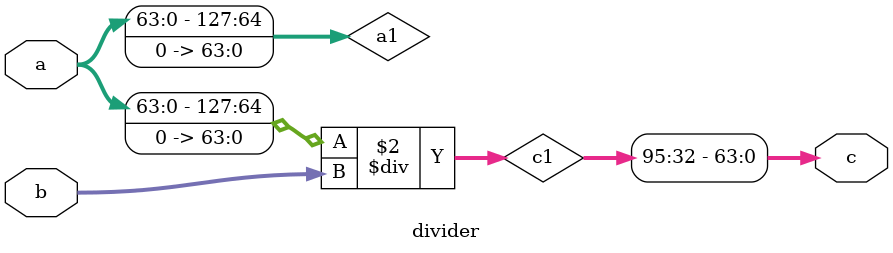
<source format=v>
module divider(a,b,c);

input signed [63:0] a, b;
output signed [63:0] c;

wire signed [127:0] a1;
wire signed [127:0] c1;
wire signed [63:0] c;

assign a1 = a <<< 64;
assign c1 = a1 / b;
assign c = c1[95:32];

endmodule

</source>
